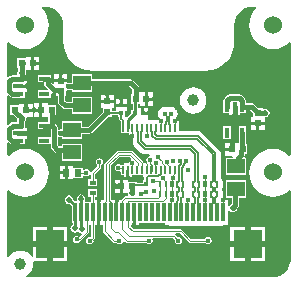
<source format=gtl>
G04*
G04 #@! TF.GenerationSoftware,Altium Limited,Altium Designer,20.0.13 (296)*
G04*
G04 Layer_Physical_Order=1*
G04 Layer_Color=255*
%FSLAX44Y44*%
%MOMM*%
G71*
G01*
G75*
%ADD12C,0.2000*%
%ADD15R,0.5500X0.4500*%
%ADD16R,0.5500X0.6500*%
%ADD17R,0.1500X0.6500*%
%ADD18R,2.4000X2.4000*%
%ADD19R,0.3000X1.6000*%
%ADD20R,2.4000X2.4000*%
%ADD21R,1.5000X1.3000*%
G04:AMPARAMS|DCode=22|XSize=0.2mm|YSize=0.565mm|CornerRadius=0.05mm|HoleSize=0mm|Usage=FLASHONLY|Rotation=180.000|XOffset=0mm|YOffset=0mm|HoleType=Round|Shape=RoundedRectangle|*
%AMROUNDEDRECTD22*
21,1,0.2000,0.4650,0,0,180.0*
21,1,0.1000,0.5650,0,0,180.0*
1,1,0.1000,-0.0500,0.2325*
1,1,0.1000,0.0500,0.2325*
1,1,0.1000,0.0500,-0.2325*
1,1,0.1000,-0.0500,-0.2325*
%
%ADD22ROUNDEDRECTD22*%
G04:AMPARAMS|DCode=23|XSize=0.4mm|YSize=0.565mm|CornerRadius=0.05mm|HoleSize=0mm|Usage=FLASHONLY|Rotation=180.000|XOffset=0mm|YOffset=0mm|HoleType=Round|Shape=RoundedRectangle|*
%AMROUNDEDRECTD23*
21,1,0.4000,0.4650,0,0,180.0*
21,1,0.3000,0.5650,0,0,180.0*
1,1,0.1000,-0.1500,0.2325*
1,1,0.1000,0.1500,0.2325*
1,1,0.1000,0.1500,-0.2325*
1,1,0.1000,-0.1500,-0.2325*
%
%ADD23ROUNDEDRECTD23*%
%ADD24R,0.6200X0.6200*%
%ADD25R,0.6200X0.6200*%
%ADD26R,0.4200X0.4600*%
%ADD27R,0.4600X0.4200*%
%ADD45R,0.4000X0.9000*%
%ADD46R,0.9000X0.4000*%
%ADD47C,1.0000*%
%ADD48C,0.5000*%
%ADD49C,0.3810*%
%ADD50C,0.1020*%
%ADD51C,0.1270*%
%ADD52C,0.2540*%
%ADD53C,0.3000*%
%ADD54C,0.2200*%
%ADD55C,0.1400*%
%ADD56C,1.5240*%
%ADD57C,0.4100*%
%ADD58C,0.5100*%
%ADD59C,0.5080*%
G36*
X87455Y-95844D02*
X90339D01*
X90532Y-96383D01*
X90663Y-97114D01*
X88248Y-100057D01*
X86387Y-103540D01*
X85240Y-107319D01*
X84853Y-111250D01*
X85240Y-115181D01*
X86387Y-118960D01*
X88248Y-122443D01*
X90754Y-125496D01*
X93807Y-128002D01*
X97290Y-129863D01*
X101069Y-131010D01*
X105000Y-131397D01*
X108931Y-131010D01*
X112710Y-129863D01*
X116193Y-128002D01*
X118826Y-125841D01*
X120096Y-126396D01*
X120096Y-221105D01*
X118826Y-221659D01*
X116193Y-219498D01*
X112710Y-217637D01*
X108931Y-216490D01*
X105000Y-216103D01*
X101069Y-216490D01*
X97290Y-217637D01*
X93807Y-219498D01*
X90754Y-222004D01*
X88248Y-225057D01*
X86387Y-228540D01*
X85240Y-232320D01*
X84853Y-236250D01*
X85240Y-240180D01*
X86387Y-243960D01*
X88248Y-247443D01*
X90754Y-250496D01*
X93807Y-253002D01*
X97290Y-254863D01*
X101069Y-256010D01*
X105000Y-256397D01*
X108931Y-256010D01*
X112710Y-254863D01*
X116193Y-253002D01*
X118826Y-250841D01*
X120096Y-251395D01*
X120096Y-309559D01*
X120096Y-309560D01*
X120096D01*
X120014Y-310796D01*
X119845Y-312513D01*
X118984Y-315352D01*
X117585Y-317969D01*
X115703Y-320263D01*
X113409Y-322145D01*
X110792Y-323544D01*
X107953Y-324405D01*
X106236Y-324574D01*
X105000Y-324656D01*
Y-324656D01*
X104999Y-324656D01*
X-104147D01*
X-104399Y-323386D01*
X-103390Y-322968D01*
X-101066Y-321184D01*
X-99282Y-318860D01*
X-98161Y-316154D01*
X-97779Y-313250D01*
X-97934Y-312070D01*
X-96821Y-310800D01*
X-84770D01*
Y-297530D01*
X-98040D01*
Y-307320D01*
X-99193Y-307616D01*
X-99310Y-307604D01*
X-101066Y-305316D01*
X-103390Y-303532D01*
X-106096Y-302411D01*
X-109000Y-302029D01*
X-111904Y-302411D01*
X-114611Y-303532D01*
X-116934Y-305316D01*
X-118718Y-307640D01*
X-118826Y-307900D01*
X-120096Y-307647D01*
Y-251396D01*
X-118826Y-250841D01*
X-116193Y-253002D01*
X-112710Y-254863D01*
X-108931Y-256010D01*
X-105000Y-256397D01*
X-101069Y-256010D01*
X-97290Y-254863D01*
X-93807Y-253002D01*
X-90754Y-250496D01*
X-88248Y-247443D01*
X-86387Y-243960D01*
X-85240Y-240180D01*
X-84853Y-236250D01*
X-85240Y-232320D01*
X-86387Y-228540D01*
X-88248Y-225057D01*
X-90754Y-222004D01*
X-93807Y-219498D01*
X-97290Y-217637D01*
X-101069Y-216490D01*
X-105000Y-216103D01*
X-108931Y-216490D01*
X-112710Y-217637D01*
X-116193Y-219498D01*
X-118826Y-221659D01*
X-120096Y-221104D01*
Y-210753D01*
X-118922Y-210266D01*
X-117844Y-211344D01*
X-116883Y-211987D01*
X-116200Y-212122D01*
Y-212250D01*
X-105200D01*
Y-207290D01*
X-103660D01*
Y-204020D01*
X-110700D01*
Y-201480D01*
X-103660D01*
Y-198210D01*
X-105200D01*
Y-193250D01*
X-105200Y-193250D01*
X-104818Y-192138D01*
X-104413Y-191533D01*
X-104138Y-190148D01*
X-104203Y-189822D01*
X-103397Y-188840D01*
X-98510D01*
Y-184470D01*
X-104150D01*
Y-183200D01*
X-105420D01*
Y-177560D01*
X-109790D01*
Y-179100D01*
X-117250D01*
Y-187300D01*
X-114547D01*
X-111297Y-190550D01*
X-111248Y-190797D01*
X-111305Y-191082D01*
Y-193250D01*
X-116200D01*
Y-193529D01*
X-116602Y-193608D01*
X-117563Y-194251D01*
X-118922Y-195610D01*
X-120096Y-195124D01*
Y-170977D01*
X-118922Y-170492D01*
X-117889Y-171524D01*
X-116929Y-172167D01*
X-115950Y-172361D01*
Y-172525D01*
X-104950D01*
Y-167565D01*
X-103410D01*
Y-164295D01*
X-110450D01*
Y-161755D01*
X-103410D01*
Y-158485D01*
X-104950D01*
Y-156716D01*
X-104893Y-156430D01*
Y-153632D01*
X-104511Y-153060D01*
X-104235Y-151675D01*
X-104510Y-150297D01*
X-104500Y-150275D01*
X-103718Y-149190D01*
X-99745D01*
Y-143550D01*
Y-137910D01*
X-104115D01*
Y-139450D01*
X-111575D01*
Y-147650D01*
X-110817D01*
Y-149718D01*
X-111199Y-150290D01*
X-111475Y-151675D01*
X-111359Y-152255D01*
X-112299Y-153525D01*
X-115950D01*
Y-153679D01*
X-116977Y-153883D01*
X-117938Y-154526D01*
X-118922Y-155510D01*
X-120096Y-155024D01*
Y-126396D01*
X-118826Y-125841D01*
X-116193Y-128002D01*
X-112710Y-129863D01*
X-108931Y-131010D01*
X-105000Y-131397D01*
X-101069Y-131010D01*
X-97290Y-129863D01*
X-93807Y-128002D01*
X-90754Y-125496D01*
X-88248Y-122443D01*
X-86387Y-118960D01*
X-85240Y-115181D01*
X-84853Y-111250D01*
X-85240Y-107319D01*
X-86387Y-103540D01*
X-88248Y-100057D01*
X-90663Y-97114D01*
X-90532Y-96383D01*
X-90339Y-95844D01*
X-87455D01*
X-87335Y-95820D01*
X-84547Y-96095D01*
X-81708Y-96956D01*
X-79091Y-98355D01*
X-76797Y-100237D01*
X-74915Y-102531D01*
X-73516Y-105148D01*
X-72655Y-107987D01*
X-72377Y-110805D01*
X-72404Y-110940D01*
Y-124900D01*
X-72430D01*
X-71951Y-129763D01*
X-70532Y-134440D01*
X-68229Y-138750D01*
X-65128Y-142528D01*
X-61350Y-145628D01*
X-57040Y-147932D01*
X-52364Y-149351D01*
X-47500Y-149830D01*
Y-149830D01*
X-46230Y-149804D01*
X47500Y-149804D01*
Y-149830D01*
X52364Y-149351D01*
X57040Y-147932D01*
X61350Y-145628D01*
X65128Y-142528D01*
X68229Y-138750D01*
X70532Y-134440D01*
X71951Y-129763D01*
X72430Y-124900D01*
X72404D01*
Y-110940D01*
X72377Y-110805D01*
X72655Y-107987D01*
X73516Y-105148D01*
X74915Y-102531D01*
X76797Y-100237D01*
X79091Y-98355D01*
X81708Y-96956D01*
X84547Y-96095D01*
X87335Y-95820D01*
X87455Y-95844D01*
D02*
G37*
%LPC*%
G36*
X-92835Y-137910D02*
X-97205D01*
Y-142280D01*
X-92835D01*
Y-137910D01*
D02*
G37*
G36*
Y-144820D02*
X-97205D01*
Y-149190D01*
X-92835D01*
Y-144820D01*
D02*
G37*
G36*
X-69035Y-152485D02*
X-73405D01*
Y-156855D01*
X-69035D01*
Y-152485D01*
D02*
G37*
G36*
X-75945D02*
X-80315D01*
Y-156855D01*
X-75945D01*
Y-152485D01*
D02*
G37*
G36*
X-48350Y-152700D02*
X-65350D01*
Y-160106D01*
X-67651D01*
X-68394Y-159958D01*
X-69035Y-159432D01*
Y-159395D01*
X-80315D01*
Y-160412D01*
X-81488Y-160898D01*
X-82893Y-159493D01*
Y-156620D01*
X-82950Y-156334D01*
Y-153525D01*
X-93950D01*
Y-159525D01*
X-88817D01*
Y-160720D01*
X-88591Y-161854D01*
X-87949Y-162814D01*
X-85412Y-165352D01*
X-85898Y-166525D01*
X-93950D01*
Y-172525D01*
X-82950D01*
Y-169411D01*
X-81829Y-168698D01*
X-81680Y-168686D01*
X-80645Y-168892D01*
X-78775D01*
Y-171225D01*
X-77222D01*
Y-175940D01*
X-76996Y-177073D01*
X-76354Y-178034D01*
X-73094Y-181294D01*
X-72133Y-181936D01*
X-71000Y-182162D01*
X-65350D01*
Y-186700D01*
X-48350D01*
Y-171700D01*
X-65350D01*
Y-176238D01*
X-69773D01*
X-71298Y-174713D01*
Y-171225D01*
X-70575D01*
Y-166690D01*
X-69305Y-165996D01*
X-68394Y-166178D01*
X-67651Y-166030D01*
X-65350D01*
Y-167700D01*
X-48350D01*
Y-163162D01*
X-16602D01*
X-14187Y-165577D01*
Y-169725D01*
X-15325D01*
Y-177925D01*
X-13766D01*
Y-182700D01*
X-15325D01*
Y-185872D01*
X-18548Y-189095D01*
X-20123Y-188985D01*
X-20167Y-188937D01*
X-20200Y-188836D01*
Y-183840D01*
X-18660D01*
Y-180270D01*
X-27940D01*
Y-183561D01*
X-31025D01*
Y-181440D01*
X-29485D01*
Y-177070D01*
X-40765D01*
Y-181440D01*
X-39225D01*
Y-184711D01*
X-51577Y-197063D01*
X-56575D01*
Y-192525D01*
X-73575D01*
Y-198835D01*
X-74845Y-199551D01*
X-75260Y-199469D01*
X-75983Y-199613D01*
X-77253Y-198831D01*
Y-198134D01*
X-77479Y-197001D01*
X-78121Y-196040D01*
X-79463Y-194698D01*
Y-187250D01*
X-78325D01*
Y-179050D01*
X-85785D01*
Y-177510D01*
X-90155D01*
Y-183150D01*
Y-188790D01*
X-85785D01*
X-85387Y-189895D01*
Y-193250D01*
X-94200D01*
Y-199250D01*
X-88891D01*
X-88605Y-199307D01*
X-83231D01*
X-83177Y-199361D01*
Y-204989D01*
X-83200Y-206250D01*
X-84447Y-206250D01*
X-94200D01*
Y-212250D01*
X-83200Y-212250D01*
X-83177Y-213510D01*
Y-213926D01*
X-82952Y-215059D01*
X-82310Y-216020D01*
X-79635Y-218694D01*
X-78674Y-219336D01*
X-77541Y-219562D01*
X-73575D01*
Y-226525D01*
X-56575D01*
Y-211525D01*
X-73575D01*
Y-213638D01*
X-76314D01*
X-77253Y-212699D01*
Y-206326D01*
X-75983Y-205544D01*
X-75260Y-205688D01*
X-74845Y-205606D01*
X-73575Y-206322D01*
Y-207525D01*
X-56575D01*
Y-202987D01*
X-50350D01*
X-49216Y-202761D01*
X-48256Y-202119D01*
X-35036Y-188900D01*
X-31025D01*
Y-187639D01*
X-26400D01*
Y-188900D01*
X-25339D01*
Y-190450D01*
X-25184Y-191230D01*
X-24742Y-191892D01*
X-24039Y-192595D01*
Y-198500D01*
X-23884Y-199280D01*
X-23750Y-199481D01*
Y-202750D01*
X-20250D01*
X-20250Y-202750D01*
X-19750D01*
Y-202750D01*
X-18980Y-202750D01*
X-17290D01*
Y-204290D01*
X-14560D01*
Y-205560D01*
X-13675D01*
Y-210476D01*
X-13330Y-212210D01*
X-12348Y-213680D01*
X-6634Y-219394D01*
X-5164Y-220376D01*
X-3429Y-220721D01*
X358D01*
X366Y-220721D01*
X491Y-221991D01*
X295Y-222030D01*
X-190Y-222127D01*
X-1199Y-222801D01*
X-1873Y-223810D01*
X-2110Y-225000D01*
X-1873Y-226190D01*
X-1372Y-226940D01*
X-1680Y-227860D01*
X-1934Y-228210D01*
X-4366D01*
Y-227960D01*
X-4844Y-226805D01*
X-13805Y-217844D01*
X-14960Y-217366D01*
X-26238D01*
X-27393Y-217844D01*
X-37156Y-227607D01*
X-37634Y-228762D01*
Y-258292D01*
X-38460Y-259220D01*
X-41230D01*
Y-269760D01*
Y-280300D01*
X-39134D01*
Y-285550D01*
X-38656Y-286706D01*
X-30456Y-294906D01*
X-29300Y-295384D01*
X-27576D01*
X-27199Y-295949D01*
X-26190Y-296623D01*
X-25000Y-296860D01*
X-23810Y-296623D01*
X-22801Y-295949D01*
X-22127Y-294940D01*
X-22086Y-294734D01*
X-20708Y-294316D01*
X-20118Y-294906D01*
X-18963Y-295384D01*
X-2576D01*
X-2199Y-295949D01*
X-1190Y-296623D01*
X0Y-296860D01*
X1190Y-296623D01*
X2199Y-295949D01*
X2873Y-294940D01*
X3110Y-293750D01*
X2873Y-292560D01*
X3565Y-291309D01*
X20336D01*
X22023Y-292997D01*
X21890Y-293662D01*
X22127Y-294853D01*
X22801Y-295861D01*
X23810Y-296535D01*
X25000Y-296772D01*
X26190Y-296535D01*
X27199Y-295861D01*
X27873Y-294853D01*
X28110Y-293662D01*
X27873Y-292472D01*
X27199Y-291464D01*
X26190Y-290790D01*
X25000Y-290553D01*
X24334Y-290685D01*
X22253Y-288604D01*
X22292Y-288200D01*
X22626Y-287334D01*
X26098D01*
X33732Y-294968D01*
X34887Y-295447D01*
X47424D01*
X47801Y-296011D01*
X48810Y-296686D01*
X50000Y-296922D01*
X51190Y-296686D01*
X52199Y-296011D01*
X52873Y-295002D01*
X53110Y-293813D01*
X52873Y-292623D01*
X52199Y-291614D01*
X51190Y-290940D01*
X50000Y-290703D01*
X48810Y-290940D01*
X47801Y-291614D01*
X47424Y-292178D01*
X35564D01*
X27931Y-284544D01*
X26775Y-284066D01*
X-13036D01*
X-15531Y-281570D01*
X-15058Y-280300D01*
X-13770D01*
Y-269760D01*
X-11230D01*
Y-280300D01*
X-8460D01*
Y-278760D01*
X13460D01*
Y-280300D01*
X17190D01*
Y-281570D01*
X62810D01*
Y-280300D01*
X66540D01*
Y-268225D01*
X67810Y-267840D01*
X68341Y-268634D01*
X69515Y-269419D01*
X70900Y-269694D01*
X72285Y-269419D01*
X73459Y-268634D01*
X74244Y-267460D01*
X74465Y-266350D01*
X75369Y-265445D01*
X76012Y-264484D01*
X76237Y-263351D01*
Y-257300D01*
X82175D01*
Y-242300D01*
X65175D01*
Y-257300D01*
X70313D01*
Y-262124D01*
X69754Y-262684D01*
X69515Y-262731D01*
X68341Y-263516D01*
X67810Y-264310D01*
X66540Y-263925D01*
Y-259220D01*
X62810D01*
Y-257950D01*
X62810D01*
X62283Y-257308D01*
X62394Y-256750D01*
Y-252100D01*
X62060Y-250418D01*
X61947Y-250250D01*
X62060Y-250082D01*
X62394Y-248400D01*
Y-243750D01*
X62060Y-242068D01*
X61107Y-240643D01*
X60675Y-240354D01*
Y-219747D01*
X60675Y-219747D01*
X60330Y-218012D01*
X59348Y-216542D01*
X59348Y-216542D01*
X44984Y-202179D01*
X43514Y-201196D01*
X41780Y-200851D01*
X25290D01*
Y-192710D01*
X22560D01*
Y-191440D01*
X22560Y-191440D01*
X22837Y-190285D01*
X24077Y-188429D01*
X24532Y-186143D01*
X24077Y-183856D01*
X22782Y-181918D01*
X20844Y-180623D01*
X18557Y-180168D01*
X16271Y-180623D01*
X16007Y-180799D01*
X15744Y-180623D01*
X13457Y-180168D01*
X11171Y-180623D01*
X9232Y-181918D01*
X7937Y-183856D01*
X7482Y-186143D01*
X7937Y-188429D01*
X9101Y-190170D01*
X8877Y-190927D01*
X8552Y-191440D01*
X67D01*
X-585Y-190440D01*
Y-187070D01*
X-5425D01*
Y-185800D01*
X-6695D01*
Y-181160D01*
X-9484D01*
Y-177925D01*
X-7865D01*
Y-179465D01*
X-3495D01*
Y-173825D01*
Y-168185D01*
X-7865D01*
X-8263Y-167080D01*
Y-164350D01*
X-8489Y-163216D01*
X-9131Y-162256D01*
X-13281Y-158106D01*
X-14241Y-157464D01*
X-15375Y-157238D01*
X-48350D01*
Y-152700D01*
D02*
G37*
G36*
X-955Y-168185D02*
Y-172555D01*
X3415D01*
Y-168185D01*
X-955D01*
D02*
G37*
G36*
X-29485Y-170160D02*
X-33855D01*
Y-174530D01*
X-29485D01*
Y-170160D01*
D02*
G37*
G36*
X-36395D02*
X-40765D01*
Y-174530D01*
X-36395D01*
Y-170160D01*
D02*
G37*
G36*
X-18660Y-174160D02*
X-22030D01*
Y-177730D01*
X-18660D01*
Y-174160D01*
D02*
G37*
G36*
X-24570D02*
X-27940D01*
Y-177730D01*
X-24570D01*
Y-174160D01*
D02*
G37*
G36*
X3415Y-175095D02*
X-955D01*
Y-179465D01*
X3415D01*
Y-175095D01*
D02*
G37*
G36*
X-92695Y-177510D02*
X-97065D01*
Y-181880D01*
X-92695D01*
Y-177510D01*
D02*
G37*
G36*
X-98510Y-177560D02*
X-102880D01*
Y-181930D01*
X-98510D01*
Y-177560D01*
D02*
G37*
G36*
X-585Y-181160D02*
X-4155D01*
Y-184530D01*
X-585D01*
Y-181160D01*
D02*
G37*
G36*
X37500Y-163779D02*
X34596Y-164161D01*
X31890Y-165282D01*
X29566Y-167066D01*
X27782Y-169389D01*
X26661Y-172096D01*
X26279Y-175000D01*
X26661Y-177904D01*
X27782Y-180611D01*
X29566Y-182934D01*
X31890Y-184718D01*
X34596Y-185839D01*
X37500Y-186221D01*
X40404Y-185839D01*
X43110Y-184718D01*
X45434Y-182934D01*
X47218Y-180611D01*
X48339Y-177904D01*
X48721Y-175000D01*
X48339Y-172096D01*
X47218Y-169389D01*
X45434Y-167066D01*
X43110Y-165282D01*
X40404Y-164161D01*
X37500Y-163779D01*
D02*
G37*
G36*
X-92695Y-184420D02*
X-97065D01*
Y-188790D01*
X-92695D01*
Y-184420D01*
D02*
G37*
G36*
X76723Y-169908D02*
X68282D01*
X67148Y-170133D01*
X66187Y-170776D01*
X64051Y-172913D01*
X63408Y-173873D01*
X63229Y-174775D01*
X63050D01*
Y-185775D01*
X68010D01*
Y-187315D01*
X71280D01*
Y-180275D01*
X73820D01*
Y-187315D01*
X77090D01*
Y-185775D01*
X82050D01*
Y-183142D01*
X85703D01*
X88100Y-185539D01*
Y-188810D01*
X86560D01*
Y-193180D01*
X92200D01*
X97840D01*
Y-189693D01*
X98600Y-189069D01*
X99985Y-188794D01*
X101159Y-188009D01*
X101944Y-186835D01*
X102220Y-185450D01*
X101944Y-184065D01*
X101159Y-182891D01*
X99985Y-182106D01*
X98600Y-181830D01*
X97570Y-182035D01*
X96300Y-181350D01*
Y-181350D01*
X92289D01*
X89024Y-178086D01*
X88063Y-177444D01*
X86930Y-177218D01*
X82050D01*
Y-174775D01*
X81852D01*
X81692Y-173968D01*
X81049Y-173007D01*
X78818Y-170776D01*
X77857Y-170133D01*
X77669Y-170096D01*
X76723Y-169908D01*
D02*
G37*
G36*
X97840Y-195720D02*
X93470D01*
Y-200090D01*
X97840D01*
Y-195720D01*
D02*
G37*
G36*
X90930D02*
X86560D01*
Y-200090D01*
X90930D01*
Y-195720D01*
D02*
G37*
G36*
X69050Y-196775D02*
X63050D01*
Y-207775D01*
X69050D01*
Y-196775D01*
D02*
G37*
G36*
X69030Y-210635D02*
X64660D01*
Y-215005D01*
X69030D01*
Y-210635D01*
D02*
G37*
G36*
X-71270Y-230210D02*
X-75290D01*
Y-234730D01*
X-71270D01*
Y-230210D01*
D02*
G37*
G36*
X-42000Y-223890D02*
X-43190Y-224127D01*
X-44199Y-224801D01*
X-44873Y-225810D01*
X-45110Y-227000D01*
X-44873Y-228190D01*
X-44199Y-229199D01*
X-44118Y-229253D01*
X-44009Y-230698D01*
X-48656Y-235344D01*
X-48703Y-235459D01*
X-50024Y-235329D01*
X-50127Y-234810D01*
X-50801Y-233801D01*
X-51810Y-233127D01*
X-53000Y-232890D01*
X-54190Y-233127D01*
X-54980Y-233655D01*
X-55785Y-233406D01*
X-56250Y-233092D01*
Y-231750D01*
X-63440D01*
X-63750Y-231750D01*
X-64710Y-231002D01*
Y-230210D01*
X-68730D01*
Y-236000D01*
Y-241790D01*
X-64710D01*
Y-240998D01*
X-63750Y-240250D01*
X-63440Y-240250D01*
X-56250D01*
Y-238908D01*
X-55785Y-238594D01*
X-54980Y-238345D01*
X-54190Y-238873D01*
X-53000Y-239110D01*
X-51810Y-238873D01*
X-50801Y-238199D01*
X-50404Y-237605D01*
X-49134Y-237990D01*
Y-241259D01*
X-51250D01*
Y-247759D01*
X-43750D01*
Y-241259D01*
X-45866D01*
Y-237177D01*
X-40844Y-232156D01*
X-40366Y-231000D01*
Y-229576D01*
X-39801Y-229199D01*
X-39127Y-228190D01*
X-38890Y-227000D01*
X-39127Y-225810D01*
X-39801Y-224801D01*
X-40810Y-224127D01*
X-42000Y-223890D01*
D02*
G37*
G36*
X82050Y-196775D02*
X76050D01*
Y-207775D01*
X76183D01*
Y-209466D01*
X75940Y-210635D01*
X71570D01*
Y-216275D01*
X70300D01*
Y-217545D01*
X64660D01*
Y-221915D01*
X70466D01*
X71174Y-223185D01*
X71102Y-223300D01*
X65175D01*
Y-238300D01*
X82175D01*
Y-223300D01*
X81569D01*
X80855Y-222125D01*
X80856Y-222030D01*
X81067Y-220970D01*
Y-220375D01*
X83400D01*
Y-212175D01*
X82107D01*
Y-202370D01*
X82050Y-202084D01*
Y-196775D01*
D02*
G37*
G36*
X-71270Y-237270D02*
X-75290D01*
Y-241790D01*
X-71270D01*
Y-237270D01*
D02*
G37*
G36*
X-43750Y-250259D02*
X-51250D01*
Y-256759D01*
X-49134D01*
Y-259849D01*
X-50000Y-260760D01*
X-51270Y-260760D01*
X-53720D01*
X-54399Y-259490D01*
X-54342Y-259406D01*
X-54068Y-258025D01*
X-54342Y-256644D01*
X-55125Y-255473D01*
X-56296Y-254690D01*
X-57677Y-254415D01*
X-59058Y-254690D01*
X-60229Y-255473D01*
X-61012Y-256644D01*
X-61286Y-258025D01*
X-61032Y-259303D01*
X-61738Y-260431D01*
X-62790Y-260529D01*
X-64118Y-259201D01*
X-64079Y-259006D01*
X-64354Y-257625D01*
X-65136Y-256454D01*
X-66307Y-255672D01*
X-67689Y-255397D01*
X-69070Y-255672D01*
X-70241Y-256454D01*
X-71023Y-257625D01*
X-71298Y-259006D01*
X-71023Y-260387D01*
X-70241Y-261558D01*
X-69070Y-262341D01*
X-67689Y-262616D01*
X-67323Y-262543D01*
X-65199Y-264667D01*
X-65000Y-264799D01*
Y-278760D01*
X-64643D01*
Y-280232D01*
X-65517Y-280816D01*
X-66299Y-281987D01*
X-66574Y-283368D01*
X-66299Y-284749D01*
X-65517Y-285920D01*
X-64346Y-286703D01*
X-62965Y-286978D01*
X-61583Y-286703D01*
X-60990Y-286306D01*
X-59578Y-286132D01*
X-58407Y-286915D01*
X-57481Y-287099D01*
X-56984Y-288311D01*
X-56981Y-288395D01*
X-58904Y-290317D01*
X-59875Y-289669D01*
X-61065Y-289432D01*
X-62255Y-289669D01*
X-63263Y-290343D01*
X-63938Y-291352D01*
X-64174Y-292542D01*
X-63938Y-293732D01*
X-63263Y-294741D01*
X-62255Y-295415D01*
X-61065Y-295652D01*
X-59875Y-295415D01*
X-58866Y-294741D01*
X-58191Y-293732D01*
X-58183Y-293687D01*
X-57275Y-293311D01*
X-51344Y-287381D01*
X-50866Y-286225D01*
Y-279693D01*
X-50592Y-279429D01*
X-50295D01*
X-49134Y-280585D01*
Y-289518D01*
X-50000Y-290640D01*
X-51190Y-290877D01*
X-52199Y-291551D01*
X-52873Y-292560D01*
X-53110Y-293750D01*
X-52873Y-294940D01*
X-52199Y-295949D01*
X-51190Y-296623D01*
X-50000Y-296860D01*
X-48810Y-296623D01*
X-47801Y-295949D01*
X-47127Y-294940D01*
X-46890Y-293750D01*
X-47026Y-293067D01*
X-46344Y-292385D01*
X-45866Y-291230D01*
Y-280300D01*
X-43770D01*
Y-269760D01*
Y-259220D01*
X-45866D01*
Y-256759D01*
X-43750D01*
Y-250259D01*
D02*
G37*
G36*
X-68960Y-281720D02*
X-82230D01*
Y-294990D01*
X-68960D01*
Y-281720D01*
D02*
G37*
G36*
X-84770D02*
X-98040D01*
Y-294990D01*
X-84770D01*
Y-281720D01*
D02*
G37*
G36*
X98040Y-281720D02*
X84770D01*
Y-294990D01*
X98040D01*
Y-281720D01*
D02*
G37*
G36*
X82230D02*
X68960D01*
Y-294990D01*
X82230D01*
Y-281720D01*
D02*
G37*
G36*
X98040Y-297530D02*
X84770D01*
Y-310800D01*
X98040D01*
Y-297530D01*
D02*
G37*
G36*
X82230D02*
X68960D01*
Y-310800D01*
X82230D01*
Y-297530D01*
D02*
G37*
G36*
X-68960Y-297530D02*
X-82230D01*
Y-310800D01*
X-68960D01*
Y-297530D01*
D02*
G37*
%LPD*%
G36*
X-15161Y-224099D02*
X-15519Y-225537D01*
X-16164Y-225969D01*
X-16838Y-226977D01*
X-17075Y-228167D01*
X-17110Y-228210D01*
X-21290D01*
Y-229750D01*
X-23743D01*
X-24702Y-229109D01*
X-25892Y-228872D01*
X-27082Y-229109D01*
X-28091Y-229783D01*
X-28765Y-230792D01*
X-29002Y-231982D01*
X-28765Y-233172D01*
X-28091Y-234181D01*
X-27082Y-234855D01*
X-25892Y-235092D01*
X-25020Y-234918D01*
X-23750Y-235630D01*
Y-238250D01*
X-21290D01*
Y-239790D01*
X-19270D01*
Y-234000D01*
X-16730D01*
Y-239790D01*
X-14710D01*
Y-238250D01*
X-13020D01*
X-12250Y-238250D01*
Y-238250D01*
X-11750D01*
Y-238250D01*
X-9020D01*
X-8250Y-238250D01*
Y-238250D01*
X-7750D01*
Y-238250D01*
X-5290D01*
Y-239790D01*
X-4557D01*
X-4039Y-240422D01*
Y-242675D01*
X-5225D01*
Y-244461D01*
X-10200D01*
Y-243650D01*
X-17660D01*
Y-242110D01*
X-22030D01*
Y-247750D01*
Y-253390D01*
X-18424D01*
X-18133Y-253744D01*
X-17903Y-254900D01*
X-18573Y-256170D01*
X-20075D01*
X-21230Y-256649D01*
X-23656Y-259074D01*
X-23716Y-259220D01*
X-26230D01*
Y-269760D01*
X-28770D01*
Y-259220D01*
X-31540D01*
X-31923Y-258109D01*
Y-229853D01*
X-24959Y-222889D01*
X-16371D01*
X-15161Y-224099D01*
D02*
G37*
%LPC*%
G36*
X-24570Y-242110D02*
X-28940D01*
Y-246480D01*
X-24570D01*
Y-242110D01*
D02*
G37*
G36*
Y-249020D02*
X-28940D01*
Y-253390D01*
X-24570D01*
Y-249020D01*
D02*
G37*
%LPD*%
D12*
X10000Y-236828D02*
Y-234000D01*
X7578Y-239250D02*
X10000Y-236828D01*
X-828Y-239250D02*
X7578D01*
X-2000Y-240422D02*
X-828Y-239250D01*
X-2000Y-245850D02*
Y-240422D01*
X-14438Y-246500D02*
X-2650D01*
X-77000Y-236000D02*
X-70000D01*
X-70000Y-236000D01*
X-103602Y-182652D02*
Y-175997D01*
X-104150Y-183200D02*
X-103602Y-182652D01*
X-6876Y-253574D02*
X-2924D01*
X-2125Y-252775D01*
X-6898Y-253860D02*
Y-253596D01*
X-6876Y-253574D01*
X-2650Y-246500D02*
X-2000Y-245850D01*
X-97250Y-183150D02*
X-91425D01*
X-110450Y-163025D02*
X-102975D01*
X-98475Y-143550D02*
X-90975D01*
X-74675Y-158125D02*
Y-151650D01*
X-5425Y-185800D02*
X375D01*
X-2225Y-173825D02*
X3925D01*
X-35125Y-175800D02*
Y-169300D01*
X-23300Y-179000D02*
Y-173225D01*
X-34325Y-185600D02*
X-23300D01*
X-35125Y-184800D02*
X-34325Y-185600D01*
X-23300Y-190450D02*
Y-185600D01*
Y-190450D02*
X-22000Y-191750D01*
Y-198500D02*
Y-191750D01*
D15*
X-47500Y-253509D02*
D03*
Y-244509D02*
D03*
D16*
X-70000Y-236000D02*
D03*
X-60000D02*
D03*
D17*
X-22000Y-198500D02*
D03*
X-18000D02*
D03*
X-14000D02*
D03*
X-10000D02*
D03*
X-6000D02*
D03*
X-2000D02*
D03*
X2000D02*
D03*
X6000D02*
D03*
X10000D02*
D03*
X14000D02*
D03*
X18000D02*
D03*
X22000D02*
D03*
X-22000Y-234000D02*
D03*
X-18000D02*
D03*
X-14000D02*
D03*
X-10000D02*
D03*
X-6000D02*
D03*
X-2000D02*
D03*
X2000D02*
D03*
X6000D02*
D03*
X10000D02*
D03*
X14000D02*
D03*
X18000D02*
D03*
X22000D02*
D03*
D18*
X83500Y-296260D02*
D03*
D19*
X57500Y-269760D02*
D03*
X62500D02*
D03*
X37500D02*
D03*
X42500D02*
D03*
X47500D02*
D03*
X52500D02*
D03*
X-2500D02*
D03*
X-62500D02*
D03*
X-57500D02*
D03*
X-52500D02*
D03*
X-47500D02*
D03*
X-42500D02*
D03*
X-37500D02*
D03*
X-32500D02*
D03*
X-27500D02*
D03*
X-22500D02*
D03*
X-17500D02*
D03*
X-12500D02*
D03*
X-7500D02*
D03*
X2500D02*
D03*
X7500D02*
D03*
X12500D02*
D03*
X17500D02*
D03*
X22500D02*
D03*
X27500D02*
D03*
X32500D02*
D03*
D20*
X-83500Y-296260D02*
D03*
D21*
X73675Y-230800D02*
D03*
Y-249800D02*
D03*
X-65075Y-219025D02*
D03*
Y-200025D02*
D03*
X-56850Y-179200D02*
D03*
Y-160200D02*
D03*
D22*
X29125Y-254425D02*
D03*
X24125D02*
D03*
X14125D02*
D03*
X9125D02*
D03*
Y-246075D02*
D03*
X14125D02*
D03*
X24125D02*
D03*
X29125D02*
D03*
X57500Y-254425D02*
D03*
X52500D02*
D03*
X42500D02*
D03*
X37500D02*
D03*
Y-246075D02*
D03*
X42500D02*
D03*
X52500D02*
D03*
X57500D02*
D03*
D23*
X19125Y-254425D02*
D03*
Y-246075D02*
D03*
X47500Y-254425D02*
D03*
Y-246075D02*
D03*
D24*
X70300Y-216275D02*
D03*
X79300D02*
D03*
X-91425Y-183150D02*
D03*
X-82425D02*
D03*
X-104150Y-183200D02*
D03*
X-113150D02*
D03*
X-98475Y-143550D02*
D03*
X-107475D02*
D03*
X-23300Y-247750D02*
D03*
X-14300D02*
D03*
X-2225Y-173825D02*
D03*
X-11225D02*
D03*
D25*
X92200Y-194450D02*
D03*
Y-185450D02*
D03*
X-74675Y-158125D02*
D03*
Y-167125D02*
D03*
X-35125Y-175800D02*
D03*
Y-184800D02*
D03*
D26*
X-2125Y-252575D02*
D03*
Y-245975D02*
D03*
X-23300Y-179000D02*
D03*
Y-185600D02*
D03*
D27*
X-5425Y-185800D02*
D03*
X-12025D02*
D03*
D45*
X66050Y-202275D02*
D03*
Y-180275D02*
D03*
X79050Y-202275D02*
D03*
Y-180275D02*
D03*
X72550D02*
D03*
D46*
X-110700Y-202750D02*
D03*
Y-196250D02*
D03*
X-88700D02*
D03*
X-110700Y-209250D02*
D03*
X-88700D02*
D03*
X-88450Y-169525D02*
D03*
X-110450D02*
D03*
X-88450Y-156525D02*
D03*
X-110450D02*
D03*
Y-163025D02*
D03*
D47*
X-109000Y-313250D02*
D03*
X37500Y-175000D02*
D03*
D48*
X83500Y-296260D02*
X99122D01*
X83500D02*
Y-280637D01*
X67877Y-296260D02*
X83500D01*
Y-311882D02*
Y-296260D01*
X-83500D02*
X-67877D01*
X-83500D02*
Y-280637D01*
X-99122Y-296260D02*
X-83500D01*
Y-311882D02*
Y-296260D01*
D49*
X70900Y-266075D02*
Y-265726D01*
X73275Y-263351D01*
Y-250200D01*
X-14513Y-253744D02*
X-14407Y-253638D01*
Y-248082D01*
X-14519Y-247969D02*
X-14407Y-248082D01*
X-59718Y-163068D02*
X-56850Y-160200D01*
X-68394Y-163068D02*
X-59718D01*
X-67628Y-202578D02*
X-65075Y-200025D01*
X-75260Y-202578D02*
X-67628D01*
X-80215Y-213926D02*
Y-198134D01*
Y-213926D02*
X-77541Y-216600D01*
X-82004Y-196345D02*
X-80215Y-198134D01*
X-82425Y-195924D02*
Y-183150D01*
Y-195924D02*
X-82004Y-196345D01*
X-110700Y-202750D02*
X-102800D01*
X-108438Y-196250D02*
X-108343Y-196155D01*
X-107757Y-190497D02*
Y-189901D01*
X-115468Y-196345D02*
X-113095D01*
X-108343Y-196155D02*
Y-191082D01*
X-107757Y-190497D01*
X-112999Y-196250D02*
X-108438D01*
X-113150Y-184508D02*
X-107757Y-189901D01*
X-113150Y-184508D02*
Y-183200D01*
X92200Y-185450D02*
X98600D01*
X70350Y-216225D02*
Y-210525D01*
X70300Y-216275D02*
X70350Y-216225D01*
X73675Y-230800D02*
X75375Y-229100D01*
Y-223700D01*
X78105Y-220970D01*
Y-217470D02*
X79300Y-216275D01*
X78105Y-220970D02*
Y-217470D01*
X79050Y-202275D02*
X79145Y-202370D01*
Y-216120D02*
Y-202370D01*
Y-216120D02*
X79300Y-216275D01*
X72625Y-187650D02*
Y-180350D01*
X72550Y-180275D02*
X72625Y-180350D01*
X78955Y-180180D02*
X86930D01*
X66050Y-180275D02*
X66145Y-180180D01*
Y-175007D01*
X68282Y-172870D01*
X76723D01*
X78955Y-180180D02*
Y-175102D01*
X76723Y-172870D02*
X78955Y-175102D01*
Y-180180D02*
X79050Y-180275D01*
X86930Y-180180D02*
X92200Y-185450D01*
X73275Y-250200D02*
X73675Y-249800D01*
X-107855Y-151675D02*
Y-146977D01*
X-107645Y-146767D02*
Y-144745D01*
X-107855Y-146977D02*
X-107645Y-146767D01*
Y-144745D02*
X-106450Y-143550D01*
X-107855Y-156430D02*
Y-151675D01*
X-110700Y-209250D02*
X-110700Y-209250D01*
X-115750Y-209250D02*
X-110700D01*
X-118105Y-206895D02*
X-115750Y-209250D01*
X-118105Y-206895D02*
Y-198982D01*
X-115468Y-196345D01*
X-110545Y-169430D02*
X-110450Y-169525D01*
X-115795Y-169430D02*
X-110545D01*
X-118075Y-167150D02*
X-115795Y-169430D01*
X-118075Y-167150D02*
Y-158852D01*
X-115843Y-156620D02*
X-110545D01*
X-118075Y-158852D02*
X-115843Y-156620D01*
X-110545D02*
X-110450Y-156525D01*
X-107950D01*
X-107855Y-156430D01*
X-11225Y-173825D02*
Y-164350D01*
X-15375Y-160200D02*
X-11225Y-164350D01*
X-56850Y-160200D02*
X-15375D01*
X-71000Y-179200D02*
X-56850D01*
X-74260Y-175940D02*
X-71000Y-179200D01*
X-74260Y-175940D02*
Y-167540D01*
X-74675Y-167125D02*
X-74260Y-167540D01*
X-75870Y-165930D02*
X-74675Y-167125D01*
X-80645Y-165930D02*
X-75870D01*
X-85855Y-160720D02*
X-80645Y-165930D01*
X-88450Y-156525D02*
X-85950D01*
X-85855Y-156620D01*
Y-160720D02*
Y-156620D01*
X-50350Y-200025D02*
X-35125Y-184800D01*
X-65075Y-200025D02*
X-50350D01*
X-65824Y-219774D02*
X-65075Y-219025D01*
X-88605Y-196345D02*
X-82004D01*
X-77541Y-216600D02*
X-67500D01*
X-88700Y-196250D02*
X-88605Y-196345D01*
X-67500Y-216600D02*
X-65075Y-219025D01*
X-23625Y-247425D02*
X-23300Y-247750D01*
X-29075Y-247425D02*
X-23625D01*
D50*
X15684Y-229184D02*
Y-227649D01*
X10979Y-227980D02*
X13760Y-230760D01*
Y-233760D02*
Y-230760D01*
X10979Y-227980D02*
Y-226480D01*
X15272Y-227237D02*
X15684Y-227649D01*
X13760Y-233760D02*
X14000Y-234000D01*
X8000Y-223501D02*
X10979Y-226480D01*
X8000Y-223501D02*
Y-223000D01*
X-20075Y-257804D02*
X7571D01*
X-22500Y-260229D02*
X-20075Y-257804D01*
X7571D02*
X9125Y-256250D01*
X-33557Y-229176D02*
X-25635Y-221254D01*
X-33557Y-260203D02*
Y-229176D01*
X-25635Y-221254D02*
X-15694D01*
X-36000Y-228762D02*
X-26238Y-219000D01*
X-14960D01*
X-36000Y-259760D02*
Y-228762D01*
X-4097Y-224997D02*
Y-224828D01*
X-4100Y-225000D02*
X-4097Y-224997D01*
X-6000Y-234000D02*
Y-227960D01*
X-33557Y-260203D02*
X-32500Y-261260D01*
X-15694Y-221254D02*
X-9143Y-227806D01*
X-14960Y-219000D02*
X-6000Y-227960D01*
X-27447Y-265569D02*
Y-259311D01*
X-25782Y-231872D02*
X-22240D01*
X-27447Y-259311D02*
X-27393Y-259258D01*
X-27463Y-265585D02*
X-27447Y-265569D01*
X-22000Y-234000D02*
Y-232112D01*
X-25892Y-231982D02*
X-25782Y-231872D01*
X-22240D02*
X-22000Y-232112D01*
X32500Y-269760D02*
Y-259257D01*
X32810Y-258947D01*
X19125Y-260153D02*
Y-259314D01*
X18500Y-268760D02*
Y-260778D01*
X19125Y-260153D01*
X18000Y-234000D02*
Y-231500D01*
X15684Y-229184D02*
X18000Y-231500D01*
X1000Y-228395D02*
Y-225000D01*
Y-228395D02*
X2249Y-229644D01*
Y-235086D02*
Y-229644D01*
X5579Y-228636D02*
Y-227953D01*
X5524Y-228691D02*
X5579Y-228636D01*
X1750Y-235586D02*
X2249Y-235086D01*
X5524Y-230664D02*
Y-228691D01*
X5750Y-233750D02*
X6000Y-234000D01*
X5750Y-233750D02*
Y-230891D01*
X5524Y-230664D02*
X5750Y-230891D01*
X19272Y-239249D02*
X22000Y-236521D01*
X19272Y-240255D02*
Y-239249D01*
X22000Y-236521D02*
Y-236500D01*
X-9143Y-229393D02*
Y-227806D01*
X-4100Y-226531D02*
Y-225000D01*
Y-226531D02*
X-1965Y-228665D01*
X-13965D02*
Y-228167D01*
X-2000Y-228700D02*
X-1965Y-228665D01*
X-10000Y-230250D02*
X-9143Y-229393D01*
X20000Y-241000D02*
Y-240983D01*
X19272Y-240255D02*
X20000Y-240983D01*
X11778Y-240778D02*
X12000Y-241000D01*
X13625Y-245575D02*
X14125Y-246075D01*
X13625Y-245575D02*
Y-243135D01*
X12000Y-241510D02*
X13625Y-243135D01*
X12000Y-241510D02*
Y-241000D01*
X14125Y-254425D02*
Y-246075D01*
X7539Y-243314D02*
X9125Y-244900D01*
X3744Y-243314D02*
X7539D01*
X-60000Y-236000D02*
X-60000Y-236000D01*
X-53000D01*
X-47500Y-236500D02*
X-42000Y-231000D01*
X-47500Y-244509D02*
Y-236500D01*
X-42000Y-231000D02*
Y-227000D01*
X-18000Y-234000D02*
X-17930Y-234070D01*
Y-240587D02*
Y-234070D01*
X-14000Y-228700D02*
X-13965Y-228665D01*
X-14000Y-234000D02*
Y-228700D01*
X-60000Y-236000D02*
X-56061D01*
X-52500Y-286225D02*
Y-269760D01*
X-61065Y-292542D02*
X-60678Y-292155D01*
X-58431D01*
X-52500Y-286225D01*
X-17500Y-281913D02*
Y-269760D01*
Y-281913D02*
X-13713Y-285700D01*
X-12448Y-279192D02*
Y-273892D01*
X-13713Y-285700D02*
X26775D01*
X34887Y-293813D01*
X50000D01*
X-22500Y-283913D02*
Y-269760D01*
X21012Y-289675D02*
X25000Y-293662D01*
X-16738Y-289675D02*
X21012D01*
X-22500Y-283913D02*
X-16738Y-289675D01*
X-18963Y-293750D02*
X0D01*
X-26012Y-286700D02*
X-18963Y-293750D01*
X-32500Y-283025D02*
X-28825Y-286700D01*
X-26012D01*
X-32500Y-283025D02*
Y-269760D01*
X-37500Y-285550D02*
Y-269760D01*
X-29300Y-293750D02*
X-25000D01*
X-37500Y-285550D02*
X-29300Y-293750D01*
X-50000D02*
Y-293730D01*
X-47500Y-291230D01*
X-32500Y-269760D02*
Y-261260D01*
X-47500Y-291230D02*
Y-269760D01*
X-17071Y-259910D02*
X11498D01*
X-17500Y-260339D02*
X-17071Y-259910D01*
X11498D02*
X14125Y-257283D01*
X-17500Y-269760D02*
Y-260339D01*
X9125Y-256250D02*
Y-244900D01*
X19272Y-245928D02*
Y-240255D01*
X19125Y-246075D02*
X19272Y-245928D01*
X-22500Y-269760D02*
Y-260229D01*
X-10000Y-234000D02*
Y-230250D01*
X62527Y-265753D02*
Y-260453D01*
X14125Y-257283D02*
Y-254425D01*
X-2000Y-234000D02*
Y-228700D01*
X-37500Y-261260D02*
X-36000Y-259760D01*
X-37500Y-269760D02*
Y-261260D01*
X-42447Y-265581D02*
Y-260281D01*
X-47500Y-269760D02*
Y-253509D01*
X-14000Y-203800D02*
Y-198500D01*
X-2000Y-203800D02*
Y-198500D01*
X47500Y-246075D02*
Y-239527D01*
Y-254425D02*
Y-246075D01*
X47500Y-254425D02*
X47500Y-254425D01*
X47500Y-259530D02*
Y-254425D01*
Y-269760D02*
Y-259530D01*
X17500Y-269760D02*
X18500Y-268760D01*
X19125Y-254425D02*
Y-246075D01*
Y-259314D02*
Y-254425D01*
X10000Y-198500D02*
Y-193200D01*
X22000Y-198500D02*
Y-193200D01*
D51*
X23365Y-260717D02*
X25000Y-259081D01*
X24125Y-256250D02*
X25000Y-257125D01*
Y-259081D02*
Y-257125D01*
X24125Y-256250D02*
Y-252600D01*
X27500Y-257359D02*
X28244Y-256615D01*
X28760D01*
X27500Y-269760D02*
Y-257359D01*
X29125Y-256250D02*
Y-252600D01*
X28760Y-256615D02*
X29125Y-256250D01*
X31654Y-226621D02*
Y-225869D01*
X29497Y-228778D02*
X31654Y-226621D01*
X29497Y-230027D02*
Y-228778D01*
X27768Y-243141D02*
Y-231756D01*
X29497Y-230027D01*
X28512Y-243885D02*
X28760D01*
X29125Y-244250D01*
X27768Y-243141D02*
X28512Y-243885D01*
X29125Y-246075D02*
Y-244250D01*
Y-247900D02*
Y-246075D01*
X28760Y-248265D02*
X29125Y-247900D01*
X28760Y-252235D02*
X29125Y-252600D01*
X28512Y-248265D02*
X28760D01*
X27768Y-249009D02*
X28512Y-248265D01*
X27768Y-251491D02*
Y-249009D01*
Y-251491D02*
X28512Y-252235D01*
X28760D01*
X27095Y-227912D02*
X27211Y-228028D01*
Y-229080D02*
Y-228028D01*
X26554Y-225869D02*
X27095Y-226411D01*
X25482Y-230809D02*
X27211Y-229080D01*
X27095Y-227912D02*
Y-226411D01*
X25482Y-243141D02*
Y-230809D01*
X24738Y-243885D02*
X25482Y-243141D01*
X24490Y-243885D02*
X24738D01*
X24125Y-244250D02*
X24490Y-243885D01*
X24125Y-246075D02*
Y-244250D01*
X24738Y-248265D02*
X25482Y-249009D01*
Y-251491D02*
Y-249009D01*
X24490Y-248265D02*
X24738D01*
X24490Y-252235D02*
X24738D01*
X25482Y-251491D01*
X24125Y-252600D02*
X24490Y-252235D01*
X24125Y-247900D02*
Y-246075D01*
Y-247900D02*
X24490Y-248265D01*
X23365Y-268895D02*
Y-260717D01*
X13457Y-186894D02*
X14864Y-188301D01*
X14857Y-192098D02*
X14864Y-192091D01*
X14857Y-195143D02*
Y-192098D01*
X13457Y-186894D02*
Y-186143D01*
X14000Y-198500D02*
Y-196000D01*
X22500Y-269760D02*
X23365Y-268895D01*
X18557Y-186894D02*
Y-186143D01*
X14000Y-196000D02*
X14857Y-195143D01*
X17150Y-193037D02*
Y-188301D01*
X14864Y-192091D02*
Y-188301D01*
X17150D02*
X18557Y-186894D01*
X17143Y-195143D02*
X18000Y-196000D01*
Y-198500D02*
Y-196000D01*
X17143Y-195143D02*
Y-193045D01*
X17150Y-193037D01*
X41780Y-205383D02*
X56143Y-219747D01*
X6744Y-205383D02*
X41780D01*
X56143Y-243141D02*
Y-219747D01*
X40833Y-207670D02*
X53857Y-220694D01*
X5797Y-207670D02*
X40833D01*
X53857Y-243141D02*
Y-220694D01*
Y-251491D02*
Y-249009D01*
X53113Y-248265D02*
X53857Y-249009D01*
X53113Y-252235D02*
X53857Y-251491D01*
X52500Y-247900D02*
Y-246075D01*
X52865Y-248265D02*
X53113D01*
X53113Y-256615D02*
X53857Y-257359D01*
X52865Y-252235D02*
X53113D01*
X53857Y-261903D02*
Y-257359D01*
X52500Y-252600D02*
X52865Y-252235D01*
Y-256615D02*
X53113D01*
X52500Y-247900D02*
X52865Y-248265D01*
X52500Y-256250D02*
Y-254425D01*
Y-252600D01*
X52500Y-263260D02*
X53857Y-261903D01*
X52500Y-256250D02*
X52865Y-256615D01*
X52500Y-269760D02*
Y-263260D01*
X57500Y-247900D02*
Y-246075D01*
X57135Y-248265D02*
X57500Y-247900D01*
X57135Y-252235D02*
X57500Y-252600D01*
X56887Y-248265D02*
X57135D01*
X56887Y-252235D02*
X57135D01*
X57500Y-256250D02*
Y-254425D01*
Y-252600D01*
X57135Y-256615D02*
X57500Y-256250D01*
X56887Y-256615D02*
X57135D01*
X57500Y-269760D02*
Y-263260D01*
X56143Y-249009D02*
X56887Y-248265D01*
X56143Y-251491D02*
X56887Y-252235D01*
X56143Y-251491D02*
Y-249009D01*
X56143Y-261903D02*
X57500Y-263260D01*
X56143Y-257359D02*
X56887Y-256615D01*
X56143Y-261903D02*
Y-257359D01*
X2857Y-204729D02*
X5797Y-207670D01*
X5143Y-201857D02*
X6000Y-201000D01*
Y-198500D01*
X2000Y-201000D02*
Y-198500D01*
X5143Y-203783D02*
X6744Y-205383D01*
X2857Y-204729D02*
Y-201857D01*
X5143Y-203783D02*
Y-201857D01*
X2000Y-201000D02*
X2857Y-201857D01*
X52865Y-243885D02*
X53113D01*
X52500Y-244250D02*
X52865Y-243885D01*
X52500Y-246075D02*
Y-244250D01*
X53113Y-243885D02*
X53857Y-243141D01*
X57135Y-243885D02*
X57500Y-244250D01*
Y-246075D02*
Y-244250D01*
X56887Y-243885D02*
X57135D01*
X56143Y-243141D02*
X56887Y-243885D01*
X38857Y-243141D02*
Y-220528D01*
X41143Y-243141D02*
Y-219581D01*
X-3429Y-216189D02*
X34518D01*
X-2483Y-213903D02*
X35465D01*
X34518Y-216189D02*
X38857Y-220528D01*
X37500Y-247900D02*
Y-246075D01*
X41887Y-243885D02*
X42135D01*
X42500Y-246075D02*
Y-244250D01*
X41143Y-243141D02*
X41887Y-243885D01*
X42135D02*
X42500Y-244250D01*
X35465Y-213903D02*
X41143Y-219581D01*
X38113Y-243885D02*
X38857Y-243141D01*
X37500Y-246075D02*
Y-244250D01*
X42500Y-247900D02*
Y-246075D01*
X-6857Y-209529D02*
X-2483Y-213903D01*
X-6857Y-209529D02*
Y-201857D01*
X-9143Y-210476D02*
X-3429Y-216189D01*
X-9143Y-210476D02*
Y-201857D01*
X42135Y-248265D02*
X42500Y-247900D01*
X41887Y-248265D02*
X42135D01*
Y-252235D02*
X42500Y-252600D01*
Y-254425D02*
Y-252600D01*
X41887Y-252235D02*
X42135D01*
X41143Y-249009D02*
X41887Y-248265D01*
X-6000Y-201000D02*
Y-198500D01*
X-6857Y-201857D02*
X-6000Y-201000D01*
X41143Y-251491D02*
X41887Y-252235D01*
X41143Y-251491D02*
Y-249009D01*
X37865Y-248265D02*
X38113D01*
X37865Y-243885D02*
X38113D01*
X37500Y-244250D02*
X37865Y-243885D01*
X37500Y-247900D02*
X37865Y-248265D01*
X38857Y-251491D02*
Y-249009D01*
X38113Y-248265D02*
X38857Y-249009D01*
X38113Y-252235D02*
X38857Y-251491D01*
X37865Y-252235D02*
X38113D01*
X-10000Y-201000D02*
X-9143Y-201857D01*
X-10000Y-201000D02*
Y-198500D01*
X37500Y-252600D02*
X37865Y-252235D01*
X37500Y-254425D02*
Y-252600D01*
X38857Y-261903D02*
Y-258908D01*
X37500Y-263260D02*
X38857Y-261903D01*
X37500Y-269760D02*
Y-263260D01*
X42500Y-269760D02*
Y-263260D01*
X41143Y-261903D02*
X42500Y-263260D01*
X41143Y-261903D02*
Y-259855D01*
X41143Y-259855D01*
Y-257359D01*
X38857Y-258908D02*
X38857Y-258908D01*
X41887Y-256615D02*
X42135D01*
X42500Y-256250D01*
X37500D02*
X37865Y-256615D01*
X38113D01*
X38857Y-257359D01*
Y-258908D02*
Y-257359D01*
X41143D02*
X41887Y-256615D01*
X37500Y-256250D02*
Y-254425D01*
X42500Y-256250D02*
Y-254425D01*
D52*
X-62500Y-269760D02*
Y-263260D01*
X-62730Y-263030D02*
X-62500Y-263260D01*
X-63562Y-263030D02*
X-62730D01*
X-67586Y-259006D02*
X-63562Y-263030D01*
X-67689Y-259006D02*
X-67586D01*
X-57026Y-283580D02*
Y-283158D01*
X-57711Y-270398D02*
Y-257604D01*
X-57379Y-282805D02*
X-57026Y-283158D01*
X-62329Y-282310D02*
Y-269811D01*
X-62965Y-282946D02*
X-62329Y-282310D01*
X-62965Y-283368D02*
Y-282946D01*
X-57379Y-282805D02*
Y-269760D01*
D53*
X-57711Y-257604D02*
Y-257041D01*
D54*
X-12025Y-185800D02*
X-11625Y-185400D01*
Y-174225D01*
X-11225Y-173825D01*
X-18000Y-191575D02*
X-12225Y-185800D01*
X-18000Y-198500D02*
Y-191575D01*
X-12225Y-185800D02*
X-12025D01*
D55*
X-77950Y-217009D02*
X-77541Y-216600D01*
D56*
X105000Y-235940D02*
D03*
X-105000D02*
D03*
X105000Y-110940D02*
D03*
X-105000D02*
D03*
D57*
X15272Y-227237D02*
D03*
X-19575Y-224814D02*
D03*
X-4097Y-224828D02*
D03*
X-25892Y-231982D02*
D03*
X-27393Y-259258D02*
D03*
X4113Y-251814D02*
D03*
X31654Y-225869D02*
D03*
X26554D02*
D03*
X18557Y-186143D02*
D03*
X13457D02*
D03*
X32810Y-258947D02*
D03*
X19125Y-259314D02*
D03*
X32851Y-233502D02*
D03*
X20456Y-226172D02*
D03*
X8000Y-223000D02*
D03*
X1000Y-225000D02*
D03*
X5579Y-227953D02*
D03*
X-13965Y-228167D02*
D03*
X20000Y-241000D02*
D03*
X24000Y-181615D02*
D03*
X7782D02*
D03*
X-7000Y-241000D02*
D03*
X-27598Y-236871D02*
D03*
X-48000Y-231000D02*
D03*
X-62000Y-299000D02*
D03*
X11778Y-240778D02*
D03*
X3744Y-243314D02*
D03*
X-53000Y-236000D02*
D03*
X-17930Y-240587D02*
D03*
X-77000Y-236000D02*
D03*
X-42000Y-227000D02*
D03*
X-68394Y-163068D02*
D03*
X-75260Y-202578D02*
D03*
X-61065Y-292542D02*
D03*
X-12483Y-280253D02*
D03*
X50000Y-293813D02*
D03*
X25000Y-293662D02*
D03*
X0Y-293750D02*
D03*
X-25000D02*
D03*
X-50000D02*
D03*
X-6898Y-253860D02*
D03*
X10035Y-192139D02*
D03*
X62561Y-259392D02*
D03*
X-42413Y-259220D02*
D03*
X-14035Y-204861D02*
D03*
X-2035D02*
D03*
X47500Y-239527D02*
D03*
X47500Y-259530D02*
D03*
X22035Y-192139D02*
D03*
D58*
X-14513Y-253744D02*
D03*
X-102800Y-202750D02*
D03*
X-107757Y-190148D02*
D03*
X-103602Y-175997D02*
D03*
X98600Y-185450D02*
D03*
X70350Y-210525D02*
D03*
X72625Y-187650D02*
D03*
X-107855Y-151675D02*
D03*
X-97250Y-183150D02*
D03*
X-102975Y-163025D02*
D03*
X-90975Y-143550D02*
D03*
X-74675Y-151650D02*
D03*
X375Y-185800D02*
D03*
X3925Y-173825D02*
D03*
X-35125Y-169300D02*
D03*
X-23300Y-173225D02*
D03*
X70900Y-266075D02*
D03*
X-29075Y-247425D02*
D03*
D59*
X-57677Y-258025D02*
D03*
X-67689Y-259006D02*
D03*
X-57026Y-283580D02*
D03*
X-62965Y-283368D02*
D03*
M02*

</source>
